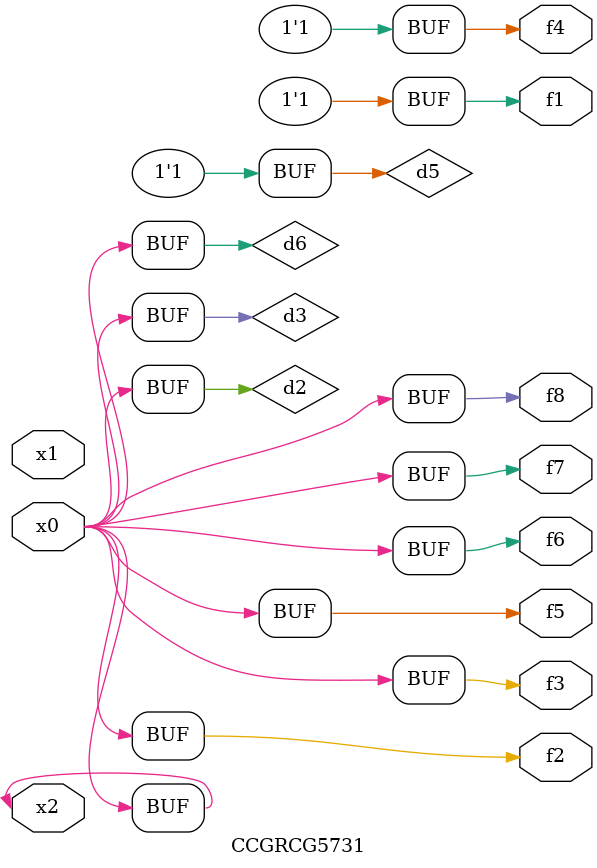
<source format=v>
module CCGRCG5731(
	input x0, x1, x2,
	output f1, f2, f3, f4, f5, f6, f7, f8
);

	wire d1, d2, d3, d4, d5, d6;

	xnor (d1, x2);
	buf (d2, x0, x2);
	and (d3, x0);
	xnor (d4, x1, x2);
	nand (d5, d1, d3);
	buf (d6, d2, d3);
	assign f1 = d5;
	assign f2 = d6;
	assign f3 = d6;
	assign f4 = d5;
	assign f5 = d6;
	assign f6 = d6;
	assign f7 = d6;
	assign f8 = d6;
endmodule

</source>
